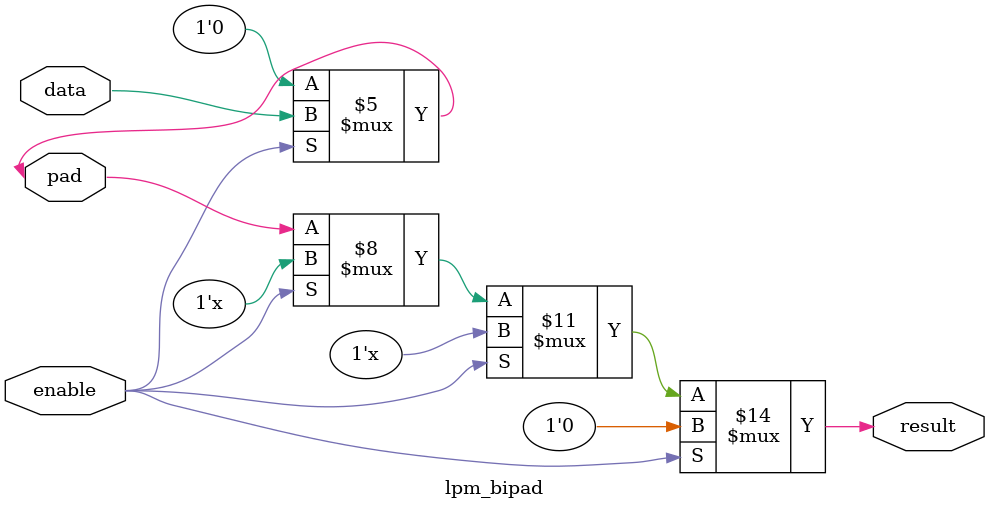
<source format=v>



//START_MODULE_NAME------------------------------------------------------------
//
// Module Name     :  lpm_bipad
//
// Description     :
//
// Limitation      :  n/a
//
// Results expected:
//
//END_MODULE_NAME--------------------------------------------------------------

// BEGINNING OF MODULE
`timescale 1 ps / 1 ps

// MODULE DECLARATION
/*verilator lint_off CASEX*/
/*verilator lint_off COMBDLY*/
/*verilator lint_off INITIALDLY*/
/*verilator lint_off LITENDIAN*/
/*verilator lint_off MULTIDRIVEN*/
/*verilator lint_off UNOPTFLAT*/
/*verilator lint_off BLKANDNBLK*/
module lpm_bipad (
    data,
    enable,
    result,
    pad
);

// GLOBAL PARAMETER DECLARATION
    parameter lpm_width = 1;
    parameter lpm_type = "lpm_bipad";
    parameter lpm_hint = "UNUSED";

// INPUT PORT DECLARATION
    input  [lpm_width-1:0] data;
    input  enable;

// OUTPUT PORT DECLARATION
    output [lpm_width-1:0] result;

// INPUT/OUTPUT PORT DECLARATION
    inout  [lpm_width-1:0] pad;

// INTERNAL REGISTER/SIGNAL DECLARATION
    reg    [lpm_width-1:0] result;

// INITIAL CONSTRUCT BLOCK
    initial
    begin
        if (lpm_width <= 0)
        begin
            $display("Value of lpm_width parameter must be greater than 0(ERROR)");
            $display("Time: %0t  Instance: %m", $time);
            $finish;
        end
    end

// ALWAYS CONSTRUCT BLOCK
    always @(data or pad or enable)
    begin
        if (enable == 1)
        begin
            result = {lpm_width{1'b0 /* converted x or z to 1'b0 */}};
        end
        else if (enable == 0)
        begin
            result = pad;
        end
    end

// CONTINOUS ASSIGNMENT
    assign pad = (enable == 1) ? data : {lpm_width{1'b0 /* converted x or z to 1'b0 */}};

endmodule // lpm_bipad


</source>
